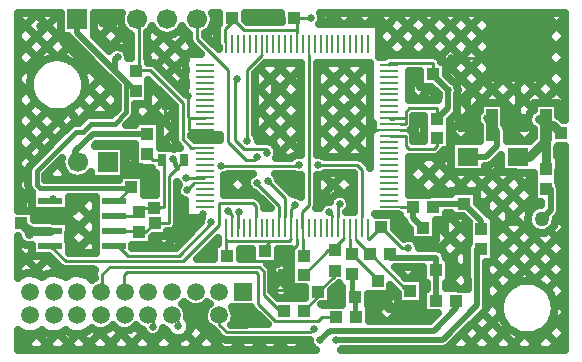
<source format=gbr>
G04 DipTrace 2.4.0.2*
%INTop.gbr*%
%MOIN*%
%ADD14C,0.01*%
%ADD15C,0.0079*%
%ADD16C,0.02*%
%ADD17C,0.015*%
%ADD18C,0.03*%
%ADD20C,0.025*%
%ADD21R,0.0433X0.0394*%
%ADD22R,0.0394X0.0433*%
%ADD23C,0.05*%
%ADD24R,0.05X0.05*%
%ADD26R,0.0256X0.0413*%
%ADD27R,0.0669X0.0669*%
%ADD28C,0.0669*%
%ADD29R,0.0591X0.0591*%
%ADD30C,0.0591*%
%ADD32R,0.063X0.0079*%
%ADD33R,0.0079X0.063*%
%ADD34R,0.0394X0.1083*%
%ADD35R,0.2185X0.2421*%
%ADD36R,0.0787X0.0236*%
%ADD37R,0.0709X0.063*%
%FSLAX44Y44*%
G04*
G70*
G90*
G75*
G01*
%LNTop*%
%LPD*%
X8827Y5077D2*
D14*
Y5310D1*
X8677Y5460D1*
X15011Y8380D2*
D15*
Y8744D1*
D14*
Y9131D1*
X15067Y9187D1*
X13188Y5624D2*
X13050D1*
X12517Y6157D1*
Y6937D1*
X12367Y7087D1*
X7387D1*
X7147Y6847D1*
Y6291D1*
X7103Y6247D1*
X14917Y5407D2*
X14467D1*
X14347Y5287D1*
X12907D1*
X12337Y5857D1*
Y6847D1*
X12277Y6907D1*
X7957D1*
X7867Y6817D1*
Y6270D1*
X7890Y6247D1*
X18937Y5947D2*
D16*
Y5707D1*
X18187Y4957D1*
X14737D1*
X14407Y4627D1*
X19777Y7687D2*
X19627D1*
Y5797D1*
X18487Y4657D1*
X14917D1*
X14947Y4627D1*
X12255Y8380D2*
D15*
Y8744D1*
D14*
Y9119D1*
X12157Y9217D1*
X11047D1*
Y8467D1*
X9847Y7267D1*
X5917D1*
X5407Y7777D1*
X7533D2*
X7657D1*
X7987Y7447D1*
X9697D1*
X10777Y8527D1*
Y8587D1*
X11468Y8380D2*
D15*
Y8744D1*
D14*
Y8826D1*
X11347Y8947D1*
X11707Y8917D2*
X11677D1*
Y8392D1*
D15*
X11665Y8380D1*
X5497Y9337D2*
D14*
X5467D1*
X5407Y9277D1*
X7533Y8277D2*
X8327D1*
X8377Y8227D1*
X8578D1*
X8887Y8536D1*
X9367D1*
Y10119D1*
X9635Y10387D1*
X9875Y10627D1*
X9487Y10687D2*
D17*
X9635Y10387D1*
X7533Y8777D2*
D14*
X8258D1*
X8377Y8896D1*
X8857Y9058D2*
X8538D1*
X8377Y8896D1*
X8857Y9058D2*
X9076D1*
X9067Y9067D1*
X9187D1*
Y10567D1*
X9127Y10627D1*
X8848D1*
X8647Y10828D1*
X14027Y14521D2*
D15*
Y14156D1*
D14*
Y9137D1*
X13813Y8923D1*
Y8362D1*
D15*
X13830Y8380D1*
Y8015D1*
D14*
Y7464D1*
X13857Y7437D1*
X14887Y6958D2*
Y6787D1*
X14347Y6247D1*
Y6114D1*
X13857Y5624D1*
X18295Y11375D2*
Y11107D1*
X18188Y11000D1*
X17375D1*
X17250Y11125D1*
Y11437D1*
X16717D1*
D15*
X16704Y11450D1*
X8257Y13606D2*
D14*
Y13627D1*
X8377D1*
Y15267D1*
X8307Y15337D1*
X10562Y11057D2*
D15*
X10197D1*
D14*
X10107D1*
X9817Y11347D1*
Y12547D1*
X8737Y13627D1*
X8377D1*
X13239Y8380D2*
D15*
Y8744D1*
D14*
Y9365D1*
X12667Y9937D1*
X12637Y10867D2*
Y11017D1*
X11857D1*
X11557Y11317D1*
Y13297D1*
X11617Y13357D1*
X16732Y7499D2*
D16*
Y7387D1*
X18277D1*
Y6967D1*
Y5956D1*
X18268Y5947D1*
X15405Y8380D2*
D15*
Y8015D1*
D14*
Y7559D1*
X15457Y7507D1*
X16327Y6616D2*
Y6637D1*
X15457Y7507D1*
X19777Y8356D2*
D16*
Y8617D1*
X19207Y9187D1*
X18170D1*
Y9062D1*
X15602Y8380D2*
D15*
Y8015D1*
D14*
Y7961D1*
X16063Y7499D1*
X16095D1*
X17308Y6286D1*
X17407D1*
X15208Y8380D2*
D15*
Y8038D1*
D14*
X14947Y7777D1*
Y7687D1*
X14887Y7627D1*
X14672D1*
X13857Y6812D1*
X15457Y6838D2*
D17*
Y6067D1*
X15577D1*
Y5416D1*
X15586Y5407D1*
X13043Y8380D2*
D15*
Y8744D1*
D14*
Y9111D1*
X12337Y9817D1*
Y9907D1*
X12307Y9877D1*
X10307Y15337D2*
Y14667D1*
X11317Y13657D1*
Y11257D1*
X11947Y10627D1*
X12187D1*
X12307Y10747D1*
X16704Y9088D2*
D15*
X17069D1*
D14*
X17474D1*
X17500Y9062D1*
D16*
Y8705D1*
X17831Y8375D1*
X21938Y9687D2*
X22087D1*
Y8977D1*
X21787Y8677D1*
X8647Y11497D2*
X6817D1*
X6247Y10927D1*
Y10647D1*
X6327Y10567D1*
X10562Y9876D2*
D15*
X10206D1*
D14*
X9967Y9637D1*
X12452Y14521D2*
D15*
Y14132D1*
D14*
X11977Y13657D1*
Y11287D1*
X11107Y10447D2*
X13657D1*
X13687Y10477D1*
X15798Y8380D2*
D15*
Y8744D1*
D14*
Y10316D1*
X15637Y10477D1*
X14347D1*
X9465Y5460D2*
X9667Y5257D1*
Y5107D1*
X14814Y8380D2*
D15*
Y8744D1*
D14*
Y8810D1*
X14707Y8917D1*
X9937Y10057D2*
X10547D1*
D15*
X10562Y10072D1*
X16704Y11844D2*
X17069D1*
D14*
X17250D1*
Y12058D1*
Y12250D1*
X17375Y12375D1*
X18313D1*
Y12018D1*
X18295Y12000D1*
X18170Y13500D2*
Y13875D1*
X16704D1*
Y13813D1*
X13633Y14521D2*
D15*
Y14886D1*
D14*
Y14977D1*
Y15286D1*
X13544Y15375D1*
X15995Y8380D2*
D15*
Y8015D1*
D14*
X16045D1*
X16438Y8407D1*
X13436Y8380D2*
D15*
Y7998D1*
D14*
X13365Y7927D1*
X12740D1*
X12562Y7749D1*
Y7603D1*
X12556Y7597D1*
X11271Y8380D2*
D15*
Y8015D1*
D14*
Y7927D1*
Y7472D1*
X11296Y7447D1*
X12740Y7927D2*
X11271D1*
X21012Y10757D2*
X21377D1*
D18*
X21932Y11312D1*
Y11797D1*
Y10363D1*
X21938Y10356D1*
X21932Y11797D2*
X22177D1*
X22417Y11557D1*
X11040Y5460D2*
D14*
Y5144D1*
X11287Y4897D1*
X14077D1*
X14197Y5017D1*
X21697Y12007D2*
D18*
X21722D1*
X21932Y11797D1*
X7533Y9277D2*
D14*
X7657D1*
X8107Y9727D1*
X11456Y15375D2*
Y15236D1*
X11227Y15007D1*
Y14565D1*
D15*
X11271Y14521D1*
X6307Y15337D2*
D16*
Y14887D1*
X7579Y13615D1*
X7944Y13250D1*
X8257Y12937D1*
X7579Y13615D2*
Y13999D1*
X7657Y14077D1*
X14107Y15367D2*
D14*
X13552D1*
X13544Y15375D1*
X11456D2*
X11854Y14977D1*
X13633D1*
X18170Y13500D2*
D16*
Y13464D1*
X18667Y12967D1*
Y12372D1*
X18295Y12000D1*
X16867Y12007D2*
D14*
X16738D1*
D15*
X16704Y12041D1*
X17250Y12058D2*
D14*
X16721D1*
D15*
X16704Y12041D1*
X17347Y7717D2*
D14*
X17128D1*
X16438Y8407D1*
X7944Y13250D2*
D17*
Y12234D1*
X7567Y11857D1*
X6757D1*
X6487Y11587D1*
X6277D1*
X4957Y10267D1*
Y9817D1*
X5077Y9697D1*
X8077D1*
X8107Y9727D1*
X13436Y8380D2*
D15*
Y8744D1*
D14*
Y8996D1*
X13567Y9127D1*
X19324Y10757D2*
D16*
X19946D1*
X20313Y11125D1*
Y11621D1*
X20137Y11797D1*
X19957Y12037D2*
Y11977D1*
X20137Y11797D1*
X5407Y8277D2*
D18*
X4742D1*
X4687Y8332D1*
X4642D1*
X4447Y8527D1*
X4687Y8167D2*
X4742Y8277D1*
X17625Y12000D2*
D14*
Y11704D1*
Y11375D1*
X16704Y11647D2*
D15*
X17069D1*
D14*
X17568D1*
X17625Y11704D1*
X13633Y8380D2*
D15*
Y8015D1*
D14*
Y7820D1*
X13250Y7437D1*
X13188D1*
X19324Y11860D2*
D16*
Y12725D1*
X21035Y14435D1*
X21012Y11860D2*
Y14412D1*
X21035Y14435D1*
X20947Y14497D2*
X21035Y14435D1*
X16704Y11647D2*
D15*
X16339D1*
D14*
X15907D1*
X15847Y11707D1*
X17677Y11347D2*
X17625D1*
Y11375D1*
X9217Y12397D2*
Y11817D1*
X9501Y11533D1*
X9997Y12787D2*
Y12067D1*
X10025D1*
Y12041D1*
X10562D1*
X10025D2*
Y11647D1*
X10562D1*
Y11450D2*
D15*
X10221D1*
D14*
X10025Y11647D1*
X10562Y11254D2*
D15*
Y11287D1*
X10385D1*
D14*
X10221Y11450D1*
X8857Y9727D2*
X8776D1*
X8107Y10396D1*
Y10417D2*
Y10396D1*
X18937Y6967D2*
Y7938D1*
X18501Y8375D1*
X18937Y6967D2*
Y7237D1*
X18457Y7717D1*
X17797D1*
X17107Y8407D1*
X17767Y5647D2*
X17437D1*
X17407Y5617D1*
X18937Y6967D2*
X18946D1*
X17407Y5617D2*
X16657D1*
X16327Y5947D1*
X12787Y6307D2*
Y6411D1*
X13188Y6812D1*
X12787Y6307D2*
X13578D1*
X13618D1*
X13678Y6247D1*
X13687Y6277D2*
X13578D1*
Y6307D1*
X18757Y14047D2*
X20647D1*
X21035Y14435D1*
X12125Y15375D2*
X12405D1*
X12427Y15397D1*
X12853D1*
X12875Y15375D1*
X12787Y13357D2*
Y12577D1*
X12277Y12067D1*
X9367Y8107D2*
X9127D1*
X8887Y7867D1*
X14947Y6067D2*
X14908D1*
X9367Y8107D2*
X9787D1*
X10507Y8827D1*
X10627Y7447D2*
Y7597D1*
X10777Y7747D1*
X11737Y7567D2*
X11887D1*
Y7597D1*
X11737Y7567D2*
X12037Y7267D1*
X13018D1*
X13188Y7437D1*
Y6812D2*
Y7437D1*
X17500Y13500D2*
Y12664D1*
X17527Y12637D1*
D20*
X9667Y5107D3*
X9937Y10057D3*
X11107Y10447D3*
X13687Y10477D3*
X14347D3*
X14947Y4627D3*
X19957Y12037D3*
X14197Y5017D3*
X21697Y12007D3*
X11977Y11287D3*
X8827Y5077D3*
X15067Y9187D3*
X14707Y8917D3*
X14407Y4627D3*
X9967Y9637D3*
X9487Y10687D3*
X10777Y8587D3*
X11347Y8947D3*
X5497Y9337D3*
X11707Y8917D3*
X4687Y8167D3*
X12307Y9877D3*
X12667Y9937D3*
X12307Y10747D3*
X12637Y10867D3*
X11617Y13357D3*
X7657Y14077D3*
X14107Y15367D3*
X18667Y12967D3*
X17347Y7717D3*
X13567Y9127D3*
X5077Y15097D3*
X20947Y14497D3*
X9217Y12397D3*
X15847Y11707D3*
X17677Y11347D3*
X9997Y12787D3*
X5227Y8917D3*
X8107Y10417D3*
X9367Y8107D3*
X18937Y6967D3*
X17767Y5647D3*
X12787Y6307D3*
X13687Y6277D3*
X14947Y6067D3*
X12427Y15397D3*
X12787Y13357D3*
X18757Y14047D3*
X12277Y12067D3*
X10507Y8827D3*
X10777Y7747D3*
X11737Y7567D3*
X17527Y12637D3*
X5011Y15534D2*
X4338Y14861D1*
X5719Y15534D2*
X4340Y14155D1*
X5739Y14848D2*
X4340Y13448D1*
X7133Y15534D2*
X6874Y15276D1*
X6156Y14558D2*
X5678Y14080D1*
X4715Y13116D2*
X4340Y12741D1*
X7756Y15450D2*
X6990Y14684D1*
X6510Y14204D2*
X6208Y13903D1*
X4891Y12586D2*
X4340Y12034D1*
X7921Y14909D2*
X7344Y14331D1*
X6863Y13851D2*
X6515Y13502D1*
X5292Y12279D2*
X4340Y11327D1*
X8095Y14376D2*
X7977Y14257D1*
X7217Y13497D2*
X6490Y12770D1*
X6024Y12304D2*
X4340Y10620D1*
X9203Y14776D2*
X8658Y14231D1*
X7571Y13144D2*
X6322Y11895D1*
X4648Y10221D2*
X4340Y9913D1*
X9990Y14856D2*
X8954Y13820D1*
X7637Y12503D2*
X7299Y12165D1*
X5767Y10633D2*
X5264Y10130D1*
X4731Y9597D2*
X4340Y9206D1*
X11007Y15166D2*
X10614Y14773D1*
X10203Y14362D2*
X10045Y14204D1*
X9896Y14055D2*
X9307Y13466D1*
X8896Y13055D2*
X8686Y12845D1*
X8330Y12489D2*
X8252Y12411D1*
X5963Y10122D2*
X5845Y10004D1*
X12083Y15534D2*
X11904Y15356D1*
X9894Y13345D2*
X9661Y13113D1*
X9250Y12702D2*
X8495Y11947D1*
X6758Y10210D2*
X6554Y10005D1*
X5474Y8926D2*
X5208Y8660D1*
X4424Y7876D2*
X4340Y7792D1*
X12790Y15534D2*
X12514Y15259D1*
X9534Y12279D2*
X9075Y11820D1*
X8217Y10962D2*
X7893Y10638D1*
X6645Y9390D2*
X5882Y8627D1*
X4781Y7526D2*
X4340Y7084D1*
X9534Y11572D2*
X9075Y11113D1*
X8341Y10379D2*
X8139Y10177D1*
X6908Y8945D2*
X6034Y8072D1*
X5369Y7407D2*
X4849Y6887D1*
X8858Y10188D2*
X8537Y9867D1*
X6908Y8238D2*
X6219Y7550D1*
X5723Y7053D2*
X5565Y6895D1*
X14911Y15534D2*
X14566Y15190D1*
X13230Y13854D2*
X12260Y12884D1*
X10830Y11453D2*
X10706Y11330D1*
X6361Y6984D2*
X6269Y6892D1*
X15618Y15534D2*
X15274Y15190D1*
X13744Y13660D2*
X12260Y12176D1*
X6863Y6780D2*
X6788Y6705D1*
X4930Y4846D2*
X4424Y4340D1*
X16325Y15534D2*
X15981Y15190D1*
X14644Y13854D2*
X14310Y13519D1*
X13744Y12953D2*
X12279Y11489D1*
X9894Y9103D2*
X9650Y8859D1*
X8877Y8086D2*
X8805Y8014D1*
X5609Y4819D2*
X5131Y4340D1*
X17032Y15534D2*
X16387Y14889D1*
X15351Y13854D2*
X14310Y12812D1*
X13744Y12246D2*
X12771Y11273D1*
X11661Y10163D2*
X11230Y9732D1*
X10195Y8697D2*
X9227Y7729D1*
X6311Y4813D2*
X5838Y4340D1*
X17739Y15534D2*
X16387Y14182D1*
X16036Y13831D2*
X14310Y12105D1*
X13744Y11539D2*
X12976Y10770D1*
X11965Y9760D2*
X11705Y9500D1*
X7140Y4935D2*
X6545Y4340D1*
X18446Y15534D2*
X17069Y14157D1*
X16036Y13124D2*
X14310Y11397D1*
X13076Y10163D2*
X12998Y10085D1*
X7844Y4932D2*
X7252Y4340D1*
X19154Y15534D2*
X17776Y14157D1*
X16036Y12417D2*
X14445Y10826D1*
X13744Y10125D2*
X13315Y9696D1*
X8512Y4893D2*
X7959Y4340D1*
X19861Y15534D2*
X18389Y14063D1*
X17721Y13395D2*
X17373Y13046D1*
X16155Y11829D2*
X15086Y10759D1*
X14481Y10155D2*
X14310Y9983D1*
X11971Y7644D2*
X11746Y7420D1*
X10073Y5747D2*
X9965Y5638D1*
X9267Y4940D2*
X8667Y4340D1*
X20568Y15534D2*
X18619Y13585D1*
X18094Y13061D2*
X17690Y12657D1*
X16036Y11003D2*
X15768Y10735D1*
X15227Y10194D2*
X14310Y9276D1*
X10512Y5479D2*
X10089Y5056D1*
X9720Y4686D2*
X9374Y4340D1*
X21275Y15534D2*
X18944Y13204D1*
X17832Y12091D2*
X17519Y11779D1*
X15517Y9777D2*
X15246Y9505D1*
X13388Y7647D2*
X13006Y7265D1*
X12908Y7168D2*
X12785Y7044D1*
X10750Y5009D2*
X10081Y4340D1*
X21982Y15534D2*
X19000Y12552D1*
X17846Y11398D2*
X17729Y11281D1*
X15517Y9070D2*
X15376Y8928D1*
X13407Y6959D2*
X12799Y6351D1*
X12117Y5669D2*
X11628Y5180D1*
X11114Y4667D2*
X10788Y4340D1*
X22534Y15380D2*
X18743Y11588D1*
X17873Y10718D2*
X17373Y10218D1*
X13537Y6382D2*
X13207Y6053D1*
X12470Y5316D2*
X12335Y5180D1*
X11769Y4614D2*
X11495Y4340D1*
X22534Y14672D2*
X20433Y12571D1*
X19666Y11804D2*
X19165Y11303D1*
X18738Y10876D2*
X17373Y9511D1*
X12476Y4614D2*
X12202Y4340D1*
X22534Y13965D2*
X20566Y11997D1*
X18779Y10210D2*
X18063Y9494D1*
X17177Y8608D2*
X16911Y8342D1*
X15028Y6459D2*
X14796Y6227D1*
X13183Y4614D2*
X12909Y4340D1*
X22534Y13258D2*
X21847Y12571D1*
X21318Y12042D2*
X20646Y11370D1*
X19486Y10210D2*
X18892Y9616D1*
X13890Y4614D2*
X13616Y4340D1*
X22534Y12551D2*
X22361Y12378D1*
X21503Y11519D2*
X21287Y11303D1*
X20425Y10442D2*
X19599Y9616D1*
X18757Y8774D2*
X18281Y8298D1*
X17928Y7945D2*
X17704Y7721D1*
X16150Y6166D2*
X16025Y6042D1*
X20901Y10210D2*
X19781Y9091D1*
X19301Y8611D2*
X18395Y7704D1*
X17743Y7053D2*
X17425Y6735D1*
X16937Y6247D2*
X16036Y5346D1*
X22505Y11108D2*
X22314Y10917D1*
X21508Y10111D2*
X20204Y8806D1*
X19348Y7951D2*
X18726Y7329D1*
X17934Y6537D2*
X17837Y6440D1*
X17235Y5838D2*
X16688Y5290D1*
X22534Y10430D2*
X22367Y10262D1*
X21508Y9404D2*
X20207Y8102D1*
X19296Y7191D2*
X18726Y6622D1*
X17818Y5713D2*
X17395Y5290D1*
X22534Y9723D2*
X22419Y9608D1*
X21326Y8514D2*
X20207Y7395D1*
X20050Y7238D2*
X19957Y7146D1*
X19296Y6484D2*
X19187Y6376D1*
X22534Y9016D2*
X22397Y8878D1*
X21715Y8197D2*
X19961Y6442D1*
X22534Y8308D2*
X19944Y5718D1*
X22534Y7601D2*
X21546Y6613D1*
X20401Y5468D2*
X19273Y4340D1*
X22534Y6894D2*
X21991Y6351D1*
X20663Y5023D2*
X19980Y4340D1*
X22534Y6187D2*
X22226Y5879D1*
X21135Y4788D2*
X20687Y4340D1*
X22534Y5480D2*
X21394Y4340D1*
X22534Y4773D2*
X22102Y4340D1*
X21863Y15534D2*
X22536Y14861D1*
X21155Y15534D2*
X22536Y14154D1*
X20448Y15534D2*
X22534Y13448D1*
X19741Y15534D2*
X22534Y12741D1*
X19034Y15534D2*
X21997Y12571D1*
X22361Y12207D2*
X22534Y12034D1*
X18327Y15534D2*
X21503Y12359D1*
X17620Y15534D2*
X21503Y11652D1*
X22314Y10840D2*
X22534Y10620D1*
X16913Y15534D2*
X18517Y13930D1*
X18618Y13829D2*
X19876Y12571D1*
X20566Y11881D2*
X21144Y11304D1*
X22367Y10081D2*
X22534Y9913D1*
X16206Y15534D2*
X17583Y14157D1*
X19000Y12740D2*
X19608Y12132D1*
X22419Y9321D2*
X22534Y9206D1*
X15499Y15534D2*
X15843Y15190D1*
X16387Y14646D2*
X16876Y14157D1*
X17442Y13591D2*
X17721Y13312D1*
X17961Y13072D2*
X18335Y12698D1*
X18903Y12130D2*
X19707Y11326D1*
X20350Y10683D2*
X20425Y10608D1*
X20823Y10210D2*
X21508Y9525D1*
X22311Y8722D2*
X22534Y8499D1*
X14792Y15534D2*
X15136Y15190D1*
X17373Y12953D2*
X17669Y12657D1*
X18743Y11583D2*
X19022Y11304D1*
X19911Y10415D2*
X21378Y8947D1*
X22057Y8269D2*
X22534Y7792D1*
X15765Y13854D2*
X16036Y13582D1*
X17533Y12086D2*
X17846Y11773D1*
X18674Y10945D2*
X18738Y10881D1*
X19408Y10210D2*
X22534Y7084D1*
X15058Y13854D2*
X16036Y12875D1*
X17533Y11379D2*
X17632Y11280D1*
X18193Y10719D2*
X19296Y9616D1*
X19657Y9255D2*
X20105Y8807D1*
X20208Y8704D2*
X22534Y6377D1*
X12670Y15534D2*
X12946Y15259D1*
X14351Y13854D2*
X16036Y12168D1*
X17486Y10719D2*
X18685Y9519D1*
X20207Y7998D2*
X21632Y6572D1*
X22173Y6031D2*
X22534Y5670D1*
X11963Y15534D2*
X12238Y15259D1*
X13644Y13854D2*
X13743Y13755D1*
X14310Y13188D2*
X16036Y11461D1*
X17373Y10125D2*
X18006Y9492D1*
X18643Y8854D2*
X19348Y8149D1*
X20207Y7291D2*
X20931Y6567D1*
X22168Y5330D2*
X22534Y4963D1*
X12937Y13854D2*
X13744Y13046D1*
X14310Y12481D2*
X16036Y10754D1*
X18281Y8509D2*
X19296Y7495D1*
X19961Y6829D2*
X20541Y6249D1*
X21850Y4940D2*
X22450Y4340D1*
X10865Y15218D2*
X10962Y15121D1*
X12406Y13677D2*
X13744Y12339D1*
X14310Y11774D2*
X15324Y10759D1*
X18138Y7945D2*
X18393Y7691D1*
X18579Y7504D2*
X19296Y6787D1*
X19961Y6122D2*
X20376Y5707D1*
X21309Y4774D2*
X21743Y4340D1*
X10589Y14787D2*
X10998Y14378D1*
X12260Y13116D2*
X13744Y11632D1*
X14310Y11067D2*
X14617Y10759D1*
X15182Y10194D2*
X15517Y9859D1*
X16887Y8490D2*
X17301Y8075D1*
X18726Y6650D2*
X19000Y6376D1*
X19842Y5534D2*
X21036Y4340D1*
X9724Y14945D2*
X10029Y14640D1*
X12260Y12409D2*
X13744Y10925D1*
X14514Y10155D2*
X15136Y9533D1*
X15414Y9255D2*
X15517Y9152D1*
X17616Y7053D2*
X17829Y6840D1*
X19489Y5180D2*
X20329Y4340D1*
X9169Y14793D2*
X9893Y14068D1*
X12260Y11702D2*
X12667Y11295D1*
X12956Y11006D2*
X13233Y10729D1*
X14310Y9652D2*
X14688Y9273D1*
X19135Y4827D2*
X19622Y4340D1*
X8658Y14597D2*
X9893Y13361D1*
X13091Y10163D2*
X13744Y9511D1*
X17417Y5838D2*
X17964Y5290D1*
X18781Y4473D2*
X18915Y4340D1*
X7013Y15534D2*
X8095Y14452D1*
X16381Y6167D2*
X17257Y5290D1*
X6874Y14967D2*
X7457Y14383D1*
X8686Y13155D2*
X9534Y12306D1*
X10387Y11453D2*
X10511Y11330D1*
X11677Y10163D2*
X11948Y9892D1*
X16025Y5816D2*
X16550Y5290D1*
X5599Y15534D2*
X5739Y15394D1*
X8644Y12489D2*
X9534Y11599D1*
X11230Y9904D2*
X11634Y9500D1*
X14821Y6313D2*
X15128Y6006D1*
X4892Y15534D2*
X7637Y12790D1*
X8249Y12177D2*
X8479Y11947D1*
X9075Y11351D2*
X9360Y11066D1*
X13006Y7421D2*
X13407Y7019D1*
X4340Y15380D2*
X5640Y14079D1*
X6578Y13141D2*
X7493Y12226D1*
X12799Y6921D2*
X13667Y6053D1*
X4340Y14672D2*
X5101Y13911D1*
X6413Y12599D2*
X6847Y12165D1*
X7849Y11163D2*
X8217Y10795D1*
X8633Y10379D2*
X8905Y10107D1*
X9650Y9362D2*
X9894Y9119D1*
X10316Y8697D2*
X10418Y8594D1*
X4340Y13965D2*
X4786Y13519D1*
X6020Y12285D2*
X6380Y11925D1*
X7893Y10412D2*
X8129Y10177D1*
X8537Y9768D2*
X8797Y9508D1*
X9650Y8655D2*
X10073Y8232D1*
X10647Y7658D2*
X10846Y7459D1*
X13691Y4614D2*
X13965Y4340D1*
X4340Y13258D2*
X4784Y12814D1*
X5313Y12285D2*
X5922Y11676D1*
X9343Y8255D2*
X9720Y7878D1*
X11879Y5719D2*
X12418Y5180D1*
X12984Y4614D2*
X13258Y4340D1*
X4340Y12551D2*
X5568Y11323D1*
X8827Y8064D2*
X9162Y7729D1*
X11556Y5335D2*
X11711Y5180D1*
X12277Y4614D2*
X12551Y4340D1*
X4340Y11844D2*
X5214Y10969D1*
X5659Y10525D2*
X5797Y10386D1*
X6794Y9390D2*
X6908Y9276D1*
X10437Y5747D2*
X10540Y5644D1*
X11570Y4614D2*
X11844Y4340D1*
X4340Y11137D2*
X4861Y10616D1*
X5305Y10172D2*
X5471Y10005D1*
X6087Y9390D2*
X6908Y8569D1*
X9990Y5487D2*
X11136Y4340D1*
X4340Y10430D2*
X4648Y10121D1*
X5844Y8926D2*
X6908Y7862D1*
X9973Y4796D2*
X10429Y4340D1*
X4340Y9723D2*
X4781Y9282D1*
X5137Y8926D2*
X5402Y8660D1*
X6034Y8028D2*
X6513Y7550D1*
X9150Y4912D2*
X9722Y4340D1*
X6371Y6984D2*
X6491Y6865D1*
X8272Y5084D2*
X9015Y4340D1*
X5222Y7426D2*
X5858Y6790D1*
X7642Y5006D2*
X8308Y4340D1*
X4340Y7601D2*
X5156Y6785D1*
X6993Y4948D2*
X7601Y4340D1*
X4340Y6894D2*
X4419Y6815D1*
X6415Y4819D2*
X6894Y4340D1*
X5697Y4830D2*
X6187Y4340D1*
X4971Y4849D2*
X5480Y4340D1*
X4340Y4773D2*
X4773Y4340D1*
X11887Y15549D2*
Y15314D1*
X11966Y15239D1*
X12729Y15242D1*
X13116D1*
X13113Y15553D1*
X11884Y15552D1*
X11024Y15178D2*
Y15553D1*
X10814Y15552D1*
X10851Y15415D1*
X10857Y15337D1*
X10843Y15213D1*
X10801Y15096D1*
X10734Y14990D1*
X10644Y14903D1*
X10575Y14861D1*
X10572Y14778D1*
X11016Y14332D1*
X11017Y14401D1*
X10975Y14484D1*
X10962Y14565D1*
Y15007D1*
X10993Y15130D1*
X10990Y7859D2*
X11009D1*
X11006Y8015D1*
X11010Y8056D1*
X10309Y7354D1*
X10867Y7352D1*
X10865Y7859D1*
X10990D1*
X11728Y7660D2*
Y7355D1*
X12125Y7352D1*
Y7666D1*
X11865Y7662D1*
X11728D1*
X18723Y11787D2*
X18726Y11537D1*
Y10963D1*
X18519D1*
X18375Y10812D1*
X18293Y10756D1*
X18188Y10735D1*
X17354Y10734D1*
X17350Y10485D1*
X17354Y10215D1*
X17350Y10092D1*
X17354Y9822D1*
X17350Y9698D1*
X17354Y9501D1*
Y9476D1*
X17932Y9474D1*
X18039D1*
X18170Y9502D1*
X18775D1*
Y9599D1*
X19639D1*
Y9204D1*
X20007Y8831D1*
X20115Y8788D1*
X20189D1*
X20185Y7925D1*
X20189Y7494D1*
Y7255D1*
X19943D1*
X19942Y5797D1*
X19918Y5675D1*
X19850Y5574D1*
X18710Y4434D1*
X18606Y4365D1*
X18487Y4342D1*
X15132D1*
X15097Y4322D1*
X22552D1*
Y11123D1*
X22341Y11125D1*
X22344Y11041D1*
X22293D1*
X22297Y10785D1*
X22350Y10788D1*
X22346Y9925D1*
X22350Y9857D1*
X22381Y9799D1*
X22402Y9687D1*
Y8977D1*
X22378Y8855D1*
X22310Y8754D1*
X22252Y8696D1*
X22235Y8554D1*
X22186Y8439D1*
X22109Y8341D1*
X22008Y8268D1*
X21892Y8224D1*
X21767Y8212D1*
X21645Y8234D1*
X21532Y8288D1*
X21438Y8370D1*
X21369Y8473D1*
X21330Y8592D1*
X21324Y8716D1*
X21351Y8838D1*
X21409Y8948D1*
X21495Y9039D1*
X21601Y9103D1*
X21721Y9137D1*
X21772Y9138D1*
Y9254D1*
X21527Y9256D1*
X21530Y10119D1*
X21527Y10226D1*
X20443Y10227D1*
Y10809D1*
X20168Y10534D1*
X20065Y10466D1*
X19946Y10442D1*
X19895D1*
X19894Y10227D1*
X18755D1*
Y11287D1*
X19725Y11291D1*
X19722Y11767D1*
X19677Y11833D1*
X19624Y11969D1*
X19622Y12094D1*
X19665Y12210D1*
X19723Y12278D1*
X19725Y12553D1*
X20549D1*
Y11831D1*
X20605Y11740D1*
X20628Y11621D1*
Y11289D1*
X21392Y11287D1*
X21520Y11416D1*
Y11688D1*
X21439Y11749D1*
X21378Y11829D1*
X21342Y11923D1*
X21332Y12023D1*
X21351Y12123D1*
X21396Y12213D1*
X21463Y12287D1*
X21520Y12326D1*
Y12553D1*
X22344D1*
Y12120D1*
X22435Y12055D1*
X22505Y11989D1*
X22556D1*
X22552Y12572D1*
Y15552D1*
X14392D1*
X14420Y15500D1*
X14447Y15367D1*
X14424Y15245D1*
X14377Y15169D1*
X14795Y15171D1*
X15189D1*
X15582D1*
X15976D1*
X16370D1*
Y14066D1*
X16522Y14067D1*
X16584Y14111D1*
X16663Y14137D1*
X17204Y14140D1*
X18170D1*
X18290Y14111D1*
X18384Y14031D1*
X18431Y13912D1*
X18422Y13954D1*
X18488Y13912D1*
X18601D1*
Y13478D1*
X18810Y13275D1*
X18911Y13203D1*
X18980Y13100D1*
X19007Y12967D1*
X18982Y12841D1*
Y12372D1*
X18958Y12250D1*
X18890Y12149D1*
X18727Y11986D1*
X18722Y11588D1*
X17863Y11264D2*
X17867Y11787D1*
X17863Y12108D1*
X17512Y12110D1*
X17515Y11844D1*
X17484Y11721D1*
X17448Y11669D1*
X17438Y11624D1*
X17503Y11519D1*
X17515Y11437D1*
Y11262D1*
X17864Y11265D1*
X18097Y13088D2*
X17738D1*
Y13608D1*
X17353Y13610D1*
X17350Y12848D1*
X17354Y12651D1*
X17375Y12640D1*
X18317Y12639D1*
X18352Y12747D1*
Y12837D1*
X18099Y13090D1*
X12988Y7661D2*
Y7185D1*
X12640D1*
X12704Y7124D1*
X12769Y7018D1*
X12782Y6937D1*
Y6269D1*
X13011Y6038D1*
X13619Y6032D1*
X13898Y6036D1*
X13915Y6085D1*
X13913Y6400D1*
X13425D1*
X13429Y7224D1*
X13425Y7670D1*
X13240Y7662D1*
X12986D1*
X18263Y8650D2*
Y7963D1*
X17579D1*
X17660Y7850D1*
X17685Y7706D1*
X18277Y7702D1*
X18399Y7678D1*
X18502Y7608D1*
X18570Y7504D1*
X18595Y7379D1*
X18709D1*
Y6555D1*
X18595D1*
X18592Y6362D1*
X19316Y6359D1*
X19312Y7047D1*
Y7687D1*
X19339Y7812D1*
X19365Y7880D1*
X19369Y8119D1*
X19365Y8585D1*
X19176Y8773D1*
X18775Y8775D1*
Y8873D1*
X18602Y8872D1*
X18601Y8650D1*
X18261D1*
X17400Y8052D2*
Y8357D1*
X17278Y8483D1*
X17205Y8597D1*
X17182Y8650D1*
X17069D1*
Y8823D1*
X16984Y8834D1*
X16246D1*
X16256Y8819D1*
X16869D1*
Y8346D1*
X17197Y8023D1*
X17246Y8042D1*
X17370Y8056D1*
X17396Y8050D1*
X17249Y6718D2*
X17819D1*
Y5855D1*
X16995D1*
Y6226D1*
X16736Y6483D1*
X16739Y6185D1*
X16008D1*
X16009Y5819D1*
X16018D1*
Y5268D1*
X16737Y5272D1*
X18053D1*
X18321Y5536D1*
X17836Y5535D1*
Y6359D1*
X17965D1*
X17959Y6555D1*
X17845D1*
Y7075D1*
X16898Y7072D1*
X17251Y6717D1*
X7879Y10159D2*
X8519D1*
Y9491D1*
X8926Y9489D1*
X8922Y10204D1*
X8784Y10205D1*
Y10373D1*
X8725Y10393D1*
X8235Y10396D1*
Y11185D1*
X7147Y11182D1*
X6948D1*
X6902Y11117D1*
X7877D1*
Y10160D1*
X9299Y8269D2*
Y8105D1*
X8826D1*
X8789Y8063D1*
Y7795D1*
X8144D1*
X8142Y7716D1*
X8987Y7712D1*
X9585D1*
X10440Y8565D1*
X10442Y8644D1*
X10467Y8713D1*
X9912Y8714D1*
Y9305D1*
X9877Y9309D1*
X9765Y9363D1*
X9680Y9454D1*
X9634Y9569D1*
X9632Y9693D1*
X9687Y9825D1*
X9650Y9874D1*
X9631Y9921D1*
X9632Y8536D1*
X9603Y8416D1*
X9523Y8322D1*
X9404Y8275D1*
X9301Y8271D1*
X9061Y11049D2*
X9470D1*
Y11029D1*
X9529Y11021D1*
X9532Y11049D1*
X9739D1*
X9630Y11160D1*
X9565Y11266D1*
X9552Y11347D1*
Y12437D1*
X8671Y13318D1*
X8665Y13175D1*
X8669Y12744D1*
Y12505D1*
X8234Y12500D1*
Y12234D1*
X8205Y12110D1*
X8227Y12168D1*
X8173Y12056D1*
X7931Y11811D1*
X8235Y11815D1*
Y11929D1*
X9059D1*
X9055Y11065D1*
X9059Y11134D1*
Y11052D1*
X6857Y15555D2*
X6853Y14787D1*
X7372Y14267D1*
X7446Y14344D1*
X7556Y14402D1*
X7680Y14416D1*
X7800Y14385D1*
X7901Y14313D1*
X7970Y14210D1*
X7997Y14077D1*
X7989Y14035D1*
X8115Y14038D1*
X8112Y14826D1*
X8055Y14848D1*
X7951Y14918D1*
X7866Y15009D1*
X7803Y15117D1*
X7767Y15236D1*
X7758Y15360D1*
X7777Y15483D1*
X7805Y15552D1*
X6853D1*
X6009Y14787D2*
X5757D1*
Y15549D1*
X4677Y15552D1*
X4322D1*
X4320Y8959D1*
X4797D1*
X4891Y8944D1*
X4859D1*
X4862Y8652D1*
X5117Y8642D1*
X5407D1*
X5547Y8611D1*
X6016Y8610D1*
X6012Y7944D1*
X6016Y7860D1*
Y7544D1*
X6042Y7532D1*
X6921D1*
X6924Y8110D1*
Y8610D1*
Y9110D1*
Y9409D1*
X6018Y9407D1*
X6016Y8944D1*
X4891D1*
X4798Y8956D1*
Y9565D1*
X4752Y9612D1*
X4689Y9705D1*
X4667Y9817D1*
Y10267D1*
X4696Y10391D1*
X4675Y10333D1*
X4728Y10445D1*
X5813Y11533D1*
X6072Y11792D1*
X6180Y11860D1*
X6124Y11833D1*
X6241Y11875D1*
X6370Y11880D1*
X6552Y12062D1*
X6660Y12130D1*
X6604Y12103D1*
X6721Y12145D1*
X7448Y12147D1*
X7654Y12359D1*
Y13097D1*
X7179Y13569D1*
X6084Y14664D1*
X6012Y14778D1*
X8807Y15114D2*
X8734Y14990D1*
X8641Y14901D1*
X8642Y14037D1*
X8669Y14038D1*
Y13893D1*
X8737Y13892D1*
X8858Y13863D1*
X8924Y13814D1*
X9912Y12829D1*
X9916Y13203D1*
X9912Y13473D1*
X9916Y13596D1*
X9912Y13866D1*
X9916Y13990D1*
X9912Y13938D1*
Y14187D1*
X10416D1*
X10120Y14480D1*
X10055Y14586D1*
X10042Y14667D1*
Y14858D1*
X9951Y14918D1*
X9866Y15009D1*
X9805Y15113D1*
X9734Y14990D1*
X9644Y14903D1*
X9538Y14838D1*
X9420Y14799D1*
X9295Y14787D1*
X9172Y14804D1*
X9055Y14848D1*
X8951Y14918D1*
X8866Y15009D1*
X8805Y15113D1*
X12099Y5737D2*
X11466D1*
X11509Y5660D1*
X11543Y5540D1*
X11550Y5460D1*
X11535Y5336D1*
X11490Y5219D1*
X11447Y5159D1*
X12537Y5162D1*
X12658D1*
X12147Y5673D1*
X10718Y5855D2*
X10645Y5925D1*
X10536Y5823D1*
X10425Y5767D1*
X10304Y5739D1*
X10179Y5742D1*
X10059Y5775D1*
X9950Y5836D1*
X9857Y5925D1*
X9787Y5856D1*
X9871Y5768D1*
X9934Y5660D1*
X9969Y5540D1*
X9975Y5460D1*
X9966Y5386D1*
X10029Y5300D1*
X10070Y5183D1*
X10077Y5107D1*
X10058Y4984D1*
X10003Y4872D1*
X9917Y4782D1*
X9808Y4722D1*
X9686Y4697D1*
X9562Y4711D1*
X9448Y4760D1*
X9354Y4842D1*
X9289Y4948D1*
X9271Y4987D1*
X9166Y5047D1*
X9144Y4955D1*
X9079Y4849D1*
X8980Y4774D1*
X8861Y4739D1*
X8737Y4749D1*
X8625Y4803D1*
X8540Y4894D1*
X8507Y4977D1*
X8375Y5048D1*
X8282Y5137D1*
X8174Y5036D1*
X8063Y4980D1*
X7941Y4952D1*
X7817Y4955D1*
X7697Y4987D1*
X7588Y5048D1*
X7495Y5137D1*
X7387Y5036D1*
X7276Y4980D1*
X7154Y4952D1*
X7029Y4955D1*
X6909Y4987D1*
X6798Y5051D1*
X6660Y4932D1*
X6549Y4874D1*
X6430Y4840D1*
X6305Y4829D1*
X6181Y4844D1*
X6063Y4882D1*
X5954Y4943D1*
X5921Y4971D1*
X5873Y4932D1*
X5762Y4874D1*
X5642Y4840D1*
X5518Y4829D1*
X5394Y4844D1*
X5275Y4882D1*
X5166Y4943D1*
X5134Y4971D1*
X5085Y4932D1*
X4975Y4874D1*
X4855Y4840D1*
X4730Y4829D1*
X4606Y4844D1*
X4488Y4882D1*
X4379Y4943D1*
X4323Y4992D1*
X4322Y4322D1*
X14256D1*
X14205Y4353D1*
X14120Y4444D1*
X14074Y4559D1*
X14073Y4633D1*
X11287Y4632D1*
X11166Y4661D1*
X11100Y4710D1*
X10850Y4961D1*
X10647Y5134D1*
X10579Y5239D1*
X10540Y5357D1*
X10530Y5482D1*
X10550Y5605D1*
X10600Y5719D1*
X10676Y5818D1*
X10716Y5849D1*
X6797Y6651D2*
X6883Y6703D1*
X6882Y6847D1*
X6913Y6970D1*
X6847Y7002D1*
X5917D1*
X5796Y7031D1*
X5730Y7080D1*
X5368Y7441D1*
X4798Y7444D1*
Y7823D1*
X4763Y7810D1*
X4681Y7802D1*
X4600Y7812D1*
X4523Y7841D1*
X4455Y7885D1*
X4398Y7944D1*
X4356Y8014D1*
X4330Y8094D1*
X4322Y7927D1*
Y6720D1*
X4412Y6785D1*
X4525Y6839D1*
X4646Y6870D1*
X4770Y6877D1*
X4894Y6858D1*
X5011Y6816D1*
X5132Y6738D1*
X5200Y6785D1*
X5312Y6839D1*
X5433Y6870D1*
X5558Y6877D1*
X5681Y6858D1*
X5799Y6816D1*
X5920Y6738D1*
X5987Y6785D1*
X6100Y6839D1*
X6220Y6870D1*
X6345Y6877D1*
X6469Y6858D1*
X6586Y6816D1*
X6693Y6752D1*
X6796Y6652D1*
X7693Y10017D2*
X6777D1*
Y10256D1*
X6754Y10220D1*
X6664Y10133D1*
X6558Y10068D1*
X6440Y10029D1*
X6315Y10017D1*
X6192Y10034D1*
X6075Y10078D1*
X5971Y10148D1*
X5886Y10239D1*
X5823Y10347D1*
X5787Y10466D1*
X5778Y10590D1*
X5794Y10694D1*
X5247Y10142D1*
Y9990D1*
X6702Y9987D1*
X7698D1*
X14610Y5819D2*
X15146D1*
X15145Y6407D1*
X15045Y6406D1*
Y6527D1*
X14986Y6511D1*
X14779Y6304D1*
Y5835D1*
X14439D1*
X14485Y5819D1*
X14610D1*
X11052Y11470D2*
X10083D1*
X10093Y11446D1*
X10217Y11322D1*
X10282Y11311D1*
X11053D1*
X11052Y11472D1*
X11212Y10127D2*
X11208Y10092D1*
X11212Y9678D1*
Y9484D1*
X12157Y9482D1*
X12269Y9457D1*
X12344Y9404D1*
X12443Y9306D1*
X12495Y9231D1*
X12520Y9119D1*
X12524Y9029D1*
X12753D1*
X12234Y9546D1*
X12105Y9603D1*
X12020Y9694D1*
X11974Y9809D1*
X11972Y9934D1*
X12015Y10050D1*
X12096Y10144D1*
X12157Y10182D1*
X11317D1*
X11260Y10144D1*
X11212Y10129D1*
X11208Y9895D1*
X11212Y9485D1*
Y9534D1*
X14266Y9029D2*
X14384D1*
X14415Y9090D1*
X14496Y9184D1*
X14606Y9242D1*
X14734Y9255D1*
X14775Y9360D1*
X14856Y9454D1*
X14966Y9512D1*
X15090Y9526D1*
X15210Y9495D1*
X15311Y9423D1*
X15380Y9320D1*
X15407Y9187D1*
X15384Y9065D1*
X15319Y8959D1*
X15273Y8924D1*
X15329Y8909D1*
X15462Y8906D1*
X15537Y8909D1*
X15533Y9619D1*
Y10209D1*
X14762Y10212D1*
X14563D1*
X14500Y10174D1*
X14381Y10139D1*
X14292Y10146D1*
X14291Y9132D1*
X14296Y9029D1*
X14386D1*
X16054Y10389D2*
X16058Y10447D1*
X16054Y10717D1*
X16058Y10840D1*
X16054Y11110D1*
X16058Y11234D1*
X16054Y11504D1*
Y11628D1*
X16175D1*
X16178Y11705D1*
X16174Y11867D1*
X16054Y11863D1*
X16058Y12612D1*
X16054Y12882D1*
X16058Y13006D1*
X16054Y13276D1*
X16058Y13400D1*
X16054Y13670D1*
X16058Y13793D1*
X16054Y13741D1*
X16048Y13871D1*
X15424Y13875D1*
X15154Y13871D1*
X15030Y13875D1*
X14760Y13871D1*
X14637Y13875D1*
X14291Y13871D1*
X14292Y10809D1*
X14370Y10816D1*
X14490Y10785D1*
X14550Y10743D1*
X15637Y10742D1*
X15758Y10713D1*
X15824Y10664D1*
X15986Y10503D1*
X16051Y10394D1*
X16054Y10644D1*
Y11037D1*
Y11431D1*
X16058D1*
X16056Y12060D2*
X16054Y12809D1*
Y13203D1*
Y13596D1*
X16053Y13871D1*
X15621Y13875D1*
X15351Y13871D1*
X15227Y13875D1*
X14957Y13871D1*
X14834Y13875D1*
X14564Y13871D1*
X14440Y13875D1*
X14295Y13871D1*
X13763D2*
X13456Y13875D1*
X13186Y13871D1*
X13062Y13875D1*
X12792Y13871D1*
X12668Y13875D1*
X12566Y13871D1*
X12244Y13550D1*
X12242Y12532D1*
Y11497D1*
X12290Y11420D1*
X12316Y11283D1*
X12637Y11282D1*
X12757Y11253D1*
X12853Y11169D1*
X12950Y11000D1*
X12977Y10867D1*
X12954Y10745D1*
X12936Y10715D1*
X13439Y10712D1*
X13476Y10744D1*
X13586Y10802D1*
X13710Y10816D1*
X13759Y10804D1*
X13762Y11762D1*
Y13875D1*
X13417Y13873D1*
X13220Y13871D1*
X12648D1*
X13762Y10151D2*
X13721Y10139D1*
X13597Y10149D1*
X13531Y10181D1*
X12903Y10182D1*
X12980Y10070D1*
X13001Y9975D1*
X13427Y9552D1*
X13590Y9466D1*
X13710Y9435D1*
X13764Y9397D1*
X13762Y10149D1*
X22213Y5582D2*
X22188Y5460D1*
X22146Y5342D1*
X22089Y5232D1*
X22017Y5129D1*
X21931Y5038D1*
X21835Y4959D1*
X21728Y4895D1*
X21613Y4845D1*
X21493Y4811D1*
X21369Y4794D1*
X21244D1*
X21121Y4811D1*
X21000Y4845D1*
X20886Y4895D1*
X20779Y4960D1*
X20682Y5039D1*
X20597Y5130D1*
X20525Y5232D1*
X20468Y5343D1*
X20426Y5461D1*
X20400Y5583D1*
X20392Y5707D1*
X20401Y5832D1*
X20426Y5954D1*
X20468Y6072D1*
X20525Y6183D1*
X20598Y6285D1*
X20683Y6376D1*
X20780Y6455D1*
X20887Y6520D1*
X21001Y6569D1*
X21121Y6603D1*
X21245Y6620D1*
X21370D1*
X21494Y6603D1*
X21614Y6569D1*
X21729Y6519D1*
X21835Y6454D1*
X21932Y6375D1*
X22017Y6284D1*
X22089Y6182D1*
X22147Y6071D1*
X22188Y5953D1*
X22214Y5831D1*
X22222Y5707D1*
X22213Y5582D1*
X6553Y13022D2*
X6528Y12900D1*
X6486Y12782D1*
X6429Y12672D1*
X6357Y12569D1*
X6271Y12478D1*
X6175Y12399D1*
X6068Y12335D1*
X5953Y12285D1*
X5833Y12251D1*
X5709Y12234D1*
X5584D1*
X5461Y12251D1*
X5340Y12285D1*
X5226Y12335D1*
X5119Y12400D1*
X5022Y12479D1*
X4937Y12570D1*
X4865Y12672D1*
X4808Y12783D1*
X4766Y12901D1*
X4740Y13023D1*
X4732Y13147D1*
X4741Y13272D1*
X4766Y13394D1*
X4808Y13512D1*
X4865Y13623D1*
X4938Y13725D1*
X5023Y13816D1*
X5120Y13895D1*
X5227Y13960D1*
X5341Y14009D1*
X5461Y14043D1*
X5585Y14060D1*
X5710D1*
X5834Y14043D1*
X5954Y14009D1*
X6069Y13959D1*
X6175Y13894D1*
X6272Y13815D1*
X6357Y13724D1*
X6429Y13622D1*
X6487Y13511D1*
X6528Y13393D1*
X6554Y13271D1*
X6562Y13147D1*
X6553Y13022D1*
D21*
X12125Y15375D3*
X11456D3*
X10627Y7447D3*
X11296D3*
X17625Y11375D3*
X18295D3*
X17625Y12000D3*
X18295D3*
X12875Y15375D3*
X13544D3*
X17500Y13500D3*
X18170D3*
D22*
X22417Y11557D3*
Y10888D3*
D21*
X11887Y7597D3*
X12556D3*
X18501Y8375D3*
X17831D3*
X13188Y6812D3*
X13857D3*
X17107Y8407D3*
X16438D3*
X13188Y7437D3*
X13857D3*
D22*
X17407Y5617D3*
Y6286D3*
X16327Y5947D3*
Y6616D3*
X4447Y8527D3*
Y9196D3*
X8107Y9727D3*
Y10396D3*
X8887Y7867D3*
Y8536D3*
X8857Y9727D3*
Y9058D3*
X8377Y8227D3*
Y8896D3*
D23*
X21787Y8677D3*
D24*
X20787D3*
D26*
X9127Y10627D3*
X9875D3*
X9501Y11533D3*
D27*
X6307Y15337D3*
D28*
X7307D3*
X8307D3*
X9307D3*
X10307D3*
D29*
X11827Y6247D3*
D30*
X11040D3*
X10252D3*
X9465D3*
X8677D3*
X7890D3*
X7103D3*
X6315D3*
X5528D3*
X4740D3*
Y5460D3*
X5528D3*
X6315D3*
X7103D3*
X7890D3*
X8677D3*
X9465D3*
X10252D3*
X11040D3*
X11827D3*
D27*
X7327Y10567D3*
D28*
X6327D3*
D22*
X8257Y12937D3*
Y13606D3*
X21938Y9687D3*
Y10356D3*
D21*
X14917Y5407D3*
X15586D3*
X15577Y6067D3*
X14908D3*
X18937Y5947D3*
X18268D3*
X18277Y6967D3*
X18946D3*
X16063Y7499D3*
X16732D3*
D22*
X15457Y7507D3*
Y6838D3*
D21*
X17500Y9062D3*
X18170D3*
X13188Y5624D3*
X13857D3*
X14347Y6247D3*
X13678D3*
D22*
X14887Y7627D3*
Y6958D3*
X19777Y7687D3*
Y8356D3*
D21*
X19207Y9187D3*
X19876D3*
D22*
X8647Y11497D3*
Y10828D3*
D32*
X10562Y13813D3*
Y13616D3*
Y13419D3*
Y13222D3*
Y13025D3*
Y12828D3*
Y12631D3*
Y12435D3*
Y12238D3*
Y12041D3*
Y11844D3*
Y11647D3*
Y11450D3*
Y11254D3*
Y11057D3*
Y10860D3*
Y10663D3*
Y10466D3*
Y10269D3*
Y10072D3*
Y9876D3*
Y9679D3*
Y9482D3*
Y9285D3*
Y9088D3*
D33*
X11271Y8380D3*
X11468D3*
X11665D3*
X11861D3*
X12058D3*
X12255D3*
X12452D3*
X12649D3*
X12846D3*
X13043D3*
X13239D3*
X13436D3*
X13633D3*
X13830D3*
X14027D3*
X14224D3*
X14421D3*
X14617D3*
X14814D3*
X15011D3*
X15208D3*
X15405D3*
X15602D3*
X15798D3*
X15995D3*
D32*
X16704Y9088D3*
Y9285D3*
Y9482D3*
Y9679D3*
Y9876D3*
Y10072D3*
Y10269D3*
Y10466D3*
Y10663D3*
Y10860D3*
Y11057D3*
Y11254D3*
Y11450D3*
Y11647D3*
Y11844D3*
Y12041D3*
Y12238D3*
Y12435D3*
Y12631D3*
Y12828D3*
Y13025D3*
Y13222D3*
Y13419D3*
Y13616D3*
Y13813D3*
D33*
X15995Y14521D3*
X15798D3*
X15602D3*
X15405D3*
X15208D3*
X15011D3*
X14814D3*
X14617D3*
X14421D3*
X14224D3*
X14027D3*
X13830D3*
X13633D3*
X13436D3*
X13239D3*
X13043D3*
X12846D3*
X12649D3*
X12452D3*
X12255D3*
X12058D3*
X11861D3*
X11665D3*
X11468D3*
X11271D3*
D34*
X20137Y11797D3*
X21932D3*
D35*
X21035Y14435D3*
D36*
X5407Y9277D3*
Y8777D3*
Y8277D3*
Y7777D3*
X7533D3*
Y8277D3*
Y8777D3*
Y9277D3*
D37*
X21012Y11860D3*
Y10757D3*
X19324Y11860D3*
Y10757D3*
M02*

</source>
